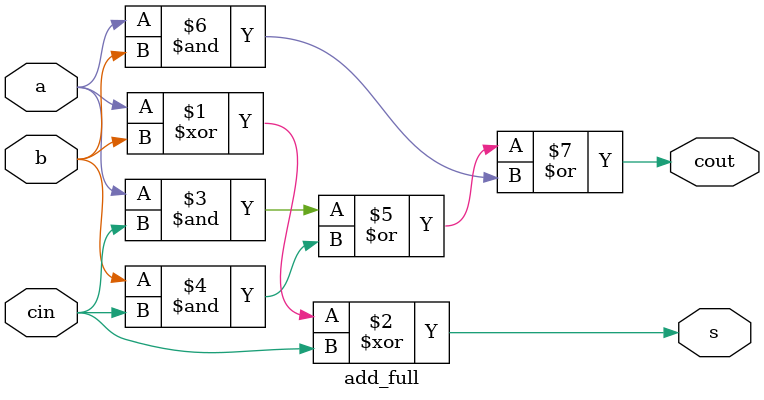
<source format=v>
module add_full(a,b,cin,s,cout);

input a,b,cin;
output s,cout;

wire s,cout;

assign s = a ^ b ^ cin;
assign cout = (a & cin) | (b & cin) | (a & b );

endmodule

</source>
